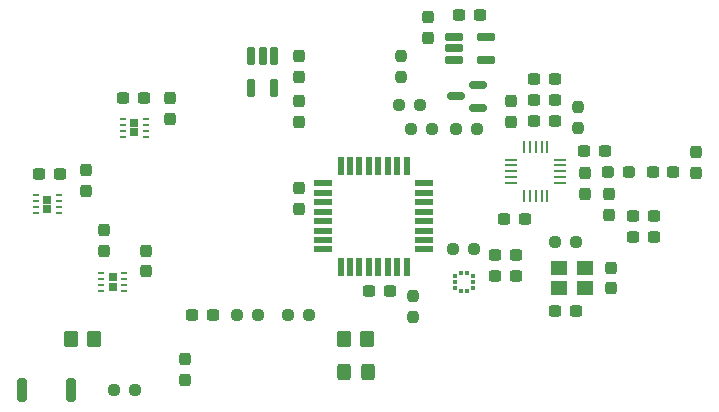
<source format=gbr>
%TF.GenerationSoftware,KiCad,Pcbnew,8.0.7*%
%TF.CreationDate,2025-06-14T22:59:42+12:00*%
%TF.ProjectId,heli_avionics,68656c69-5f61-4766-996f-6e6963732e6b,rev?*%
%TF.SameCoordinates,Original*%
%TF.FileFunction,Paste,Top*%
%TF.FilePolarity,Positive*%
%FSLAX46Y46*%
G04 Gerber Fmt 4.6, Leading zero omitted, Abs format (unit mm)*
G04 Created by KiCad (PCBNEW 8.0.7) date 2025-06-14 22:59:42*
%MOMM*%
%LPD*%
G01*
G04 APERTURE LIST*
G04 Aperture macros list*
%AMRoundRect*
0 Rectangle with rounded corners*
0 $1 Rounding radius*
0 $2 $3 $4 $5 $6 $7 $8 $9 X,Y pos of 4 corners*
0 Add a 4 corners polygon primitive as box body*
4,1,4,$2,$3,$4,$5,$6,$7,$8,$9,$2,$3,0*
0 Add four circle primitives for the rounded corners*
1,1,$1+$1,$2,$3*
1,1,$1+$1,$4,$5*
1,1,$1+$1,$6,$7*
1,1,$1+$1,$8,$9*
0 Add four rect primitives between the rounded corners*
20,1,$1+$1,$2,$3,$4,$5,0*
20,1,$1+$1,$4,$5,$6,$7,0*
20,1,$1+$1,$6,$7,$8,$9,0*
20,1,$1+$1,$8,$9,$2,$3,0*%
G04 Aperture macros list end*
%ADD10RoundRect,0.237500X0.237500X-0.300000X0.237500X0.300000X-0.237500X0.300000X-0.237500X-0.300000X0*%
%ADD11RoundRect,0.162500X-0.162500X0.617500X-0.162500X-0.617500X0.162500X-0.617500X0.162500X0.617500X0*%
%ADD12RoundRect,0.237500X-0.300000X-0.237500X0.300000X-0.237500X0.300000X0.237500X-0.300000X0.237500X0*%
%ADD13RoundRect,0.237500X0.300000X0.237500X-0.300000X0.237500X-0.300000X-0.237500X0.300000X-0.237500X0*%
%ADD14RoundRect,0.237500X-0.237500X0.287500X-0.237500X-0.287500X0.237500X-0.287500X0.237500X0.287500X0*%
%ADD15RoundRect,0.250000X-0.350000X-0.450000X0.350000X-0.450000X0.350000X0.450000X-0.350000X0.450000X0*%
%ADD16R,0.300000X0.325000*%
%ADD17R,0.325000X0.300000*%
%ADD18RoundRect,0.237500X-0.237500X0.300000X-0.237500X-0.300000X0.237500X-0.300000X0.237500X0.300000X0*%
%ADD19RoundRect,0.237500X-0.237500X0.250000X-0.237500X-0.250000X0.237500X-0.250000X0.237500X0.250000X0*%
%ADD20RoundRect,0.062500X-0.475000X-0.062500X0.475000X-0.062500X0.475000X0.062500X-0.475000X0.062500X0*%
%ADD21RoundRect,0.062500X-0.062500X-0.475000X0.062500X-0.475000X0.062500X0.475000X-0.062500X0.475000X0*%
%ADD22RoundRect,0.237500X-0.250000X-0.237500X0.250000X-0.237500X0.250000X0.237500X-0.250000X0.237500X0*%
%ADD23RoundRect,0.237500X0.250000X0.237500X-0.250000X0.237500X-0.250000X-0.237500X0.250000X-0.237500X0*%
%ADD24RoundRect,0.162500X-0.617500X-0.162500X0.617500X-0.162500X0.617500X0.162500X-0.617500X0.162500X0*%
%ADD25RoundRect,0.200000X-0.200000X-0.800000X0.200000X-0.800000X0.200000X0.800000X-0.200000X0.800000X0*%
%ADD26R,1.400000X1.200000*%
%ADD27R,1.600000X0.550000*%
%ADD28R,0.550000X1.600000*%
%ADD29RoundRect,0.150000X0.587500X0.150000X-0.587500X0.150000X-0.587500X-0.150000X0.587500X-0.150000X0*%
%ADD30R,0.750000X0.650000*%
%ADD31RoundRect,0.062500X-0.187500X-0.062500X0.187500X-0.062500X0.187500X0.062500X-0.187500X0.062500X0*%
%ADD32RoundRect,0.250000X0.325000X0.450000X-0.325000X0.450000X-0.325000X-0.450000X0.325000X-0.450000X0*%
%ADD33RoundRect,0.237500X-0.287500X-0.237500X0.287500X-0.237500X0.287500X0.237500X-0.287500X0.237500X0*%
G04 APERTURE END LIST*
D10*
%TO.C,C30*%
X137668000Y-106780500D03*
X137668000Y-105055500D03*
%TD*%
D11*
%TO.C,U6*%
X124648000Y-108378000D03*
X123698000Y-108378000D03*
X122748000Y-108378000D03*
X122748000Y-111078000D03*
X124648000Y-111078000D03*
%TD*%
D12*
%TO.C,C12*%
X155093500Y-123698000D03*
X156818500Y-123698000D03*
%TD*%
D13*
%TO.C,C4*%
X145882500Y-122174000D03*
X144157500Y-122174000D03*
%TD*%
D14*
%TO.C,L1*%
X153045500Y-120059500D03*
X153045500Y-121809500D03*
%TD*%
D15*
%TO.C,R9*%
X130572000Y-132334000D03*
X132572000Y-132334000D03*
%TD*%
D12*
%TO.C,C20*%
X143409500Y-127000000D03*
X145134500Y-127000000D03*
%TD*%
D16*
%TO.C,U5*%
X140966000Y-126745500D03*
X140466000Y-126745500D03*
D17*
X139953500Y-127008000D03*
X139953500Y-127508000D03*
X139953500Y-128008000D03*
D16*
X140466000Y-128270500D03*
X140966000Y-128270500D03*
D17*
X141478500Y-128008000D03*
X141478500Y-127508000D03*
X141478500Y-127008000D03*
%TD*%
D18*
%TO.C,C2*%
X126746000Y-119533500D03*
X126746000Y-121258500D03*
%TD*%
D12*
%TO.C,C5*%
X150943500Y-116362500D03*
X152668500Y-116362500D03*
%TD*%
D10*
%TO.C,C16*%
X110236000Y-124814500D03*
X110236000Y-123089500D03*
%TD*%
D19*
%TO.C,R3*%
X150368000Y-112625500D03*
X150368000Y-114450500D03*
%TD*%
D12*
%TO.C,C9*%
X148489500Y-129947500D03*
X150214500Y-129947500D03*
%TD*%
%TO.C,C26*%
X104801500Y-118364000D03*
X106526500Y-118364000D03*
%TD*%
D20*
%TO.C,U2*%
X144749500Y-117110000D03*
X144749500Y-117610000D03*
X144749500Y-118110000D03*
X144749500Y-118610000D03*
X144749500Y-119110000D03*
D21*
X145812000Y-120172500D03*
X146312000Y-120172500D03*
X146812000Y-120172500D03*
X147312000Y-120172500D03*
X147812000Y-120172500D03*
D20*
X148874500Y-119110000D03*
X148874500Y-118610000D03*
X148874500Y-118110000D03*
X148874500Y-117610000D03*
X148874500Y-117110000D03*
D21*
X147812000Y-116047500D03*
X147312000Y-116047500D03*
X146812000Y-116047500D03*
X146312000Y-116047500D03*
X145812000Y-116047500D03*
%TD*%
D12*
%TO.C,C10*%
X155093500Y-121920000D03*
X156818500Y-121920000D03*
%TD*%
D22*
%TO.C,R7*%
X136247500Y-114554000D03*
X138072500Y-114554000D03*
%TD*%
D13*
%TO.C,C3*%
X119480500Y-130302000D03*
X117755500Y-130302000D03*
%TD*%
D18*
%TO.C,C28*%
X117094000Y-134011500D03*
X117094000Y-135736500D03*
%TD*%
D10*
%TO.C,C7*%
X144718000Y-113892500D03*
X144718000Y-112167500D03*
%TD*%
D18*
%TO.C,C11*%
X153162000Y-126291000D03*
X153162000Y-128016000D03*
%TD*%
D12*
%TO.C,C13*%
X156755000Y-118140500D03*
X158480000Y-118140500D03*
%TD*%
%TO.C,C8*%
X146711500Y-112044500D03*
X148436500Y-112044500D03*
%TD*%
D13*
%TO.C,C31*%
X142086500Y-104902000D03*
X140361500Y-104902000D03*
%TD*%
D10*
%TO.C,C25*%
X108712000Y-119734500D03*
X108712000Y-118009500D03*
%TD*%
%TO.C,C17*%
X115824000Y-113638500D03*
X115824000Y-111913500D03*
%TD*%
D14*
%TO.C,L2*%
X151013500Y-118281500D03*
X151013500Y-120031500D03*
%TD*%
D23*
%TO.C,R4*%
X150264500Y-124105500D03*
X148439500Y-124105500D03*
%TD*%
D24*
%TO.C,U7*%
X139874000Y-106746000D03*
X139874000Y-107696000D03*
X139874000Y-108646000D03*
X142574000Y-108646000D03*
X142574000Y-106746000D03*
%TD*%
D12*
%TO.C,C6*%
X146711500Y-113822500D03*
X148436500Y-113822500D03*
%TD*%
D22*
%TO.C,R13*%
X139803500Y-124714000D03*
X141628500Y-124714000D03*
%TD*%
D19*
%TO.C,R12*%
X136398000Y-128627500D03*
X136398000Y-130452500D03*
%TD*%
D12*
%TO.C,C1*%
X132741500Y-128270000D03*
X134466500Y-128270000D03*
%TD*%
D25*
%TO.C,SW1*%
X103310000Y-136652000D03*
X107510000Y-136652000D03*
%TD*%
D22*
%TO.C,R6*%
X135231500Y-112522000D03*
X137056500Y-112522000D03*
%TD*%
D19*
%TO.C,R5*%
X135382000Y-108307500D03*
X135382000Y-110132500D03*
%TD*%
D26*
%TO.C,Y1*%
X150960000Y-126303500D03*
X148760000Y-126303500D03*
X148760000Y-128003500D03*
X150960000Y-128003500D03*
%TD*%
D18*
%TO.C,C22*%
X126746000Y-112167500D03*
X126746000Y-113892500D03*
%TD*%
D27*
%TO.C,U1*%
X137346000Y-124720000D03*
X137346000Y-123920000D03*
X137346000Y-123120000D03*
X137346000Y-122320000D03*
X137346000Y-121520000D03*
X137346000Y-120720000D03*
X137346000Y-119920000D03*
X137346000Y-119120000D03*
D28*
X135896000Y-117670000D03*
X135096000Y-117670000D03*
X134296000Y-117670000D03*
X133496000Y-117670000D03*
X132696000Y-117670000D03*
X131896000Y-117670000D03*
X131096000Y-117670000D03*
X130296000Y-117670000D03*
D27*
X128846000Y-119120000D03*
X128846000Y-119920000D03*
X128846000Y-120720000D03*
X128846000Y-121520000D03*
X128846000Y-122320000D03*
X128846000Y-123120000D03*
X128846000Y-123920000D03*
X128846000Y-124720000D03*
D28*
X130296000Y-126170000D03*
X131096000Y-126170000D03*
X131896000Y-126170000D03*
X132696000Y-126170000D03*
X133496000Y-126170000D03*
X134296000Y-126170000D03*
X135096000Y-126170000D03*
X135896000Y-126170000D03*
%TD*%
D22*
%TO.C,R11*%
X125833500Y-130302000D03*
X127658500Y-130302000D03*
%TD*%
D29*
%TO.C,Q1*%
X141907500Y-112710000D03*
X141907500Y-110810000D03*
X140032500Y-111760000D03*
%TD*%
D23*
%TO.C,R8*%
X141882500Y-114554000D03*
X140057500Y-114554000D03*
%TD*%
D12*
%TO.C,C27*%
X146711500Y-110266500D03*
X148436500Y-110266500D03*
%TD*%
D30*
%TO.C,U4*%
X112842000Y-114008000D03*
X112842000Y-114808000D03*
D31*
X111892000Y-113658000D03*
X111892000Y-114158000D03*
X111892000Y-114658000D03*
X111892000Y-115158000D03*
X113792000Y-115158000D03*
X113792000Y-114658000D03*
X113792000Y-114158000D03*
X113792000Y-113658000D03*
%TD*%
D10*
%TO.C,C15*%
X113792000Y-126542250D03*
X113792000Y-124817250D03*
%TD*%
D30*
%TO.C,U8*%
X105476000Y-120492000D03*
X105476000Y-121292000D03*
D31*
X104526000Y-120142000D03*
X104526000Y-120642000D03*
X104526000Y-121142000D03*
X104526000Y-121642000D03*
X106426000Y-121642000D03*
X106426000Y-121142000D03*
X106426000Y-120642000D03*
X106426000Y-120142000D03*
%TD*%
D22*
%TO.C,R1*%
X121515500Y-130302000D03*
X123340500Y-130302000D03*
%TD*%
%TO.C,R2*%
X111101500Y-136652000D03*
X112926500Y-136652000D03*
%TD*%
D12*
%TO.C,C18*%
X111913500Y-111900000D03*
X113638500Y-111900000D03*
%TD*%
D30*
%TO.C,U3*%
X110998000Y-127057750D03*
X110998000Y-127857750D03*
D31*
X110048000Y-126707750D03*
X110048000Y-127207750D03*
X110048000Y-127707750D03*
X110048000Y-128207750D03*
X111948000Y-128207750D03*
X111948000Y-127707750D03*
X111948000Y-127207750D03*
X111948000Y-126707750D03*
%TD*%
D12*
%TO.C,C19*%
X143409500Y-125222000D03*
X145134500Y-125222000D03*
%TD*%
D32*
%TO.C,D2*%
X132597000Y-135128000D03*
X130547000Y-135128000D03*
%TD*%
D15*
%TO.C,R10*%
X107458000Y-132334000D03*
X109458000Y-132334000D03*
%TD*%
D18*
%TO.C,C21*%
X126746000Y-108357500D03*
X126746000Y-110082500D03*
%TD*%
D10*
%TO.C,C14*%
X160411500Y-118210500D03*
X160411500Y-116485500D03*
%TD*%
D33*
%TO.C,L3*%
X152932500Y-118140500D03*
X154682500Y-118140500D03*
%TD*%
M02*

</source>
